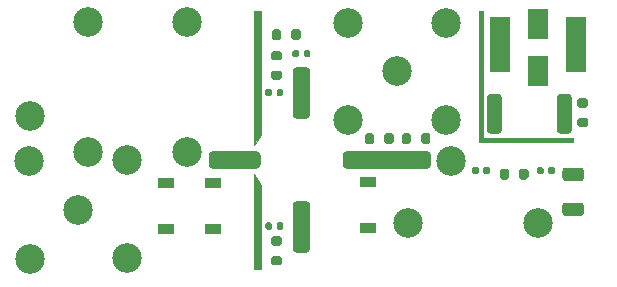
<source format=gbr>
%TF.GenerationSoftware,KiCad,Pcbnew,(5.1.9-13-g2d491f9cbd)-1*%
%TF.CreationDate,2021-02-20T16:02:13+01:00*%
%TF.ProjectId,Ant_Amp,416e745f-416d-4702-9e6b-696361645f70,rev?*%
%TF.SameCoordinates,Original*%
%TF.FileFunction,Soldermask,Top*%
%TF.FilePolarity,Negative*%
%FSLAX46Y46*%
G04 Gerber Fmt 4.6, Leading zero omitted, Abs format (unit mm)*
G04 Created by KiCad (PCBNEW (5.1.9-13-g2d491f9cbd)-1) date 2021-02-20 16:02:13*
%MOMM*%
%LPD*%
G01*
G04 APERTURE LIST*
%ADD10C,0.100000*%
%ADD11R,1.400000X0.900000*%
%ADD12C,2.500000*%
%ADD13R,1.800000X2.500000*%
G04 APERTURE END LIST*
D10*
G36*
X114964020Y-112521820D02*
G01*
X114364020Y-113321820D01*
X114364020Y-102021820D01*
X114964020Y-102021820D01*
X114964020Y-112521820D01*
G37*
X114964020Y-112521820D02*
X114364020Y-113321820D01*
X114364020Y-102021820D01*
X114964020Y-102021820D01*
X114964020Y-112521820D01*
G36*
X114964020Y-116721820D02*
G01*
X114964020Y-123821820D01*
X114364020Y-123821820D01*
X114364020Y-115821820D01*
X114964020Y-116721820D01*
G37*
X114964020Y-116721820D02*
X114964020Y-123821820D01*
X114364020Y-123821820D01*
X114364020Y-115821820D01*
X114964020Y-116721820D01*
G36*
X141364020Y-113121820D02*
G01*
X133364020Y-113121820D01*
X133364020Y-112721820D01*
X141364020Y-112721820D01*
X141364020Y-113121820D01*
G37*
X141364020Y-113121820D02*
X133364020Y-113121820D01*
X133364020Y-112721820D01*
X141364020Y-112721820D01*
X141364020Y-113121820D01*
G36*
X133764020Y-112921820D02*
G01*
X133364020Y-112921820D01*
X133364020Y-102021820D01*
X133764020Y-102021820D01*
X133764020Y-112921820D01*
G37*
X133764020Y-112921820D02*
X133364020Y-112921820D01*
X133364020Y-102021820D01*
X133764020Y-102021820D01*
X133764020Y-112921820D01*
G36*
X142364020Y-107121820D02*
G01*
X140764020Y-107121820D01*
X140764020Y-102521820D01*
X142364020Y-102521820D01*
X142364020Y-107121820D01*
G37*
X142364020Y-107121820D02*
X140764020Y-107121820D01*
X140764020Y-102521820D01*
X142364020Y-102521820D01*
X142364020Y-107121820D01*
G36*
X135964020Y-107121820D02*
G01*
X134364020Y-107121820D01*
X134364020Y-102521820D01*
X135964020Y-102521820D01*
X135964020Y-107121820D01*
G37*
X135964020Y-107121820D02*
X134364020Y-107121820D01*
X134364020Y-102521820D01*
X135964020Y-102521820D01*
X135964020Y-107121820D01*
D11*
%TO.C,CT3*%
X123964020Y-120371820D03*
X123964020Y-116471820D03*
%TD*%
%TO.C,CT2*%
X110864020Y-120471820D03*
X110864020Y-116571820D03*
%TD*%
%TO.C,CT1*%
X106864020Y-120471820D03*
X106864020Y-116571820D03*
%TD*%
%TO.C,R7*%
G36*
G01*
X140014020Y-112146821D02*
X140014020Y-109296819D01*
G75*
G02*
X140264019Y-109046820I249999J0D01*
G01*
X140989021Y-109046820D01*
G75*
G02*
X141239020Y-109296819I0J-249999D01*
G01*
X141239020Y-112146821D01*
G75*
G02*
X140989021Y-112396820I-249999J0D01*
G01*
X140264019Y-112396820D01*
G75*
G02*
X140014020Y-112146821I0J249999D01*
G01*
G37*
G36*
G01*
X134089020Y-112146821D02*
X134089020Y-109296819D01*
G75*
G02*
X134339019Y-109046820I249999J0D01*
G01*
X135064021Y-109046820D01*
G75*
G02*
X135314020Y-109296819I0J-249999D01*
G01*
X135314020Y-112146821D01*
G75*
G02*
X135064021Y-112396820I-249999J0D01*
G01*
X134339019Y-112396820D01*
G75*
G02*
X134089020Y-112146821I0J249999D01*
G01*
G37*
%TD*%
%TO.C,C6*%
G36*
G01*
X118564020Y-105791820D02*
X118564020Y-105451820D01*
G75*
G02*
X118704020Y-105311820I140000J0D01*
G01*
X118984020Y-105311820D01*
G75*
G02*
X119124020Y-105451820I0J-140000D01*
G01*
X119124020Y-105791820D01*
G75*
G02*
X118984020Y-105931820I-140000J0D01*
G01*
X118704020Y-105931820D01*
G75*
G02*
X118564020Y-105791820I0J140000D01*
G01*
G37*
G36*
G01*
X117604020Y-105791820D02*
X117604020Y-105451820D01*
G75*
G02*
X117744020Y-105311820I140000J0D01*
G01*
X118024020Y-105311820D01*
G75*
G02*
X118164020Y-105451820I0J-140000D01*
G01*
X118164020Y-105791820D01*
G75*
G02*
X118024020Y-105931820I-140000J0D01*
G01*
X117744020Y-105931820D01*
G75*
G02*
X117604020Y-105791820I0J140000D01*
G01*
G37*
%TD*%
%TO.C,C4*%
G36*
G01*
X139264020Y-115691820D02*
X139264020Y-115351820D01*
G75*
G02*
X139404020Y-115211820I140000J0D01*
G01*
X139684020Y-115211820D01*
G75*
G02*
X139824020Y-115351820I0J-140000D01*
G01*
X139824020Y-115691820D01*
G75*
G02*
X139684020Y-115831820I-140000J0D01*
G01*
X139404020Y-115831820D01*
G75*
G02*
X139264020Y-115691820I0J140000D01*
G01*
G37*
G36*
G01*
X138304020Y-115691820D02*
X138304020Y-115351820D01*
G75*
G02*
X138444020Y-115211820I140000J0D01*
G01*
X138724020Y-115211820D01*
G75*
G02*
X138864020Y-115351820I0J-140000D01*
G01*
X138864020Y-115691820D01*
G75*
G02*
X138724020Y-115831820I-140000J0D01*
G01*
X138444020Y-115831820D01*
G75*
G02*
X138304020Y-115691820I0J140000D01*
G01*
G37*
%TD*%
%TO.C,C3*%
G36*
G01*
X133364020Y-115351820D02*
X133364020Y-115691820D01*
G75*
G02*
X133224020Y-115831820I-140000J0D01*
G01*
X132944020Y-115831820D01*
G75*
G02*
X132804020Y-115691820I0J140000D01*
G01*
X132804020Y-115351820D01*
G75*
G02*
X132944020Y-115211820I140000J0D01*
G01*
X133224020Y-115211820D01*
G75*
G02*
X133364020Y-115351820I0J-140000D01*
G01*
G37*
G36*
G01*
X134324020Y-115351820D02*
X134324020Y-115691820D01*
G75*
G02*
X134184020Y-115831820I-140000J0D01*
G01*
X133904020Y-115831820D01*
G75*
G02*
X133764020Y-115691820I0J140000D01*
G01*
X133764020Y-115351820D01*
G75*
G02*
X133904020Y-115211820I140000J0D01*
G01*
X134184020Y-115211820D01*
G75*
G02*
X134324020Y-115351820I0J-140000D01*
G01*
G37*
%TD*%
%TO.C,C2*%
G36*
G01*
X115864020Y-120051820D02*
X115864020Y-120391820D01*
G75*
G02*
X115724020Y-120531820I-140000J0D01*
G01*
X115444020Y-120531820D01*
G75*
G02*
X115304020Y-120391820I0J140000D01*
G01*
X115304020Y-120051820D01*
G75*
G02*
X115444020Y-119911820I140000J0D01*
G01*
X115724020Y-119911820D01*
G75*
G02*
X115864020Y-120051820I0J-140000D01*
G01*
G37*
G36*
G01*
X116824020Y-120051820D02*
X116824020Y-120391820D01*
G75*
G02*
X116684020Y-120531820I-140000J0D01*
G01*
X116404020Y-120531820D01*
G75*
G02*
X116264020Y-120391820I0J140000D01*
G01*
X116264020Y-120051820D01*
G75*
G02*
X116404020Y-119911820I140000J0D01*
G01*
X116684020Y-119911820D01*
G75*
G02*
X116824020Y-120051820I0J-140000D01*
G01*
G37*
%TD*%
%TO.C,C1*%
G36*
G01*
X115864020Y-108751820D02*
X115864020Y-109091820D01*
G75*
G02*
X115724020Y-109231820I-140000J0D01*
G01*
X115444020Y-109231820D01*
G75*
G02*
X115304020Y-109091820I0J140000D01*
G01*
X115304020Y-108751820D01*
G75*
G02*
X115444020Y-108611820I140000J0D01*
G01*
X115724020Y-108611820D01*
G75*
G02*
X115864020Y-108751820I0J-140000D01*
G01*
G37*
G36*
G01*
X116824020Y-108751820D02*
X116824020Y-109091820D01*
G75*
G02*
X116684020Y-109231820I-140000J0D01*
G01*
X116404020Y-109231820D01*
G75*
G02*
X116264020Y-109091820I0J140000D01*
G01*
X116264020Y-108751820D01*
G75*
G02*
X116404020Y-108611820I140000J0D01*
G01*
X116684020Y-108611820D01*
G75*
G02*
X116824020Y-108751820I0J-140000D01*
G01*
G37*
%TD*%
D12*
%TO.C,L1*%
X95414020Y-110921820D03*
X100264020Y-113921820D03*
X100264020Y-102921820D03*
%TD*%
%TO.C,FB1*%
G36*
G01*
X141889020Y-111046820D02*
X142439020Y-111046820D01*
G75*
G02*
X142639020Y-111246820I0J-200000D01*
G01*
X142639020Y-111646820D01*
G75*
G02*
X142439020Y-111846820I-200000J0D01*
G01*
X141889020Y-111846820D01*
G75*
G02*
X141689020Y-111646820I0J200000D01*
G01*
X141689020Y-111246820D01*
G75*
G02*
X141889020Y-111046820I200000J0D01*
G01*
G37*
G36*
G01*
X141889020Y-109396820D02*
X142439020Y-109396820D01*
G75*
G02*
X142639020Y-109596820I0J-200000D01*
G01*
X142639020Y-109996820D01*
G75*
G02*
X142439020Y-110196820I-200000J0D01*
G01*
X141889020Y-110196820D01*
G75*
G02*
X141689020Y-109996820I0J200000D01*
G01*
X141689020Y-109596820D01*
G75*
G02*
X141889020Y-109396820I200000J0D01*
G01*
G37*
%TD*%
%TO.C,J1*%
X130629620Y-111274720D03*
X130616920Y-102994320D03*
X122285720Y-103007020D03*
X122323820Y-111274720D03*
X126464020Y-107121820D03*
%TD*%
D13*
%TO.C,D1*%
X138364020Y-103121820D03*
X138364020Y-107121820D03*
%TD*%
%TO.C,C5*%
G36*
G01*
X140714019Y-118221820D02*
X142014021Y-118221820D01*
G75*
G02*
X142264020Y-118471819I0J-249999D01*
G01*
X142264020Y-119121821D01*
G75*
G02*
X142014021Y-119371820I-249999J0D01*
G01*
X140714019Y-119371820D01*
G75*
G02*
X140464020Y-119121821I0J249999D01*
G01*
X140464020Y-118471819D01*
G75*
G02*
X140714019Y-118221820I249999J0D01*
G01*
G37*
G36*
G01*
X140714019Y-115271820D02*
X142014021Y-115271820D01*
G75*
G02*
X142264020Y-115521819I0J-249999D01*
G01*
X142264020Y-116171821D01*
G75*
G02*
X142014021Y-116421820I-249999J0D01*
G01*
X140714019Y-116421820D01*
G75*
G02*
X140464020Y-116171821I0J249999D01*
G01*
X140464020Y-115521819D01*
G75*
G02*
X140714019Y-115271820I249999J0D01*
G01*
G37*
%TD*%
D12*
%TO.C,AE1*%
X103616920Y-114656220D03*
X95336520Y-114668920D03*
X95349220Y-123000120D03*
X103616920Y-122962020D03*
X99464020Y-118821820D03*
%TD*%
%TO.C,R6*%
G36*
G01*
X124539020Y-112546820D02*
X124539020Y-113096820D01*
G75*
G02*
X124339020Y-113296820I-200000J0D01*
G01*
X123939020Y-113296820D01*
G75*
G02*
X123739020Y-113096820I0J200000D01*
G01*
X123739020Y-112546820D01*
G75*
G02*
X123939020Y-112346820I200000J0D01*
G01*
X124339020Y-112346820D01*
G75*
G02*
X124539020Y-112546820I0J-200000D01*
G01*
G37*
G36*
G01*
X126189020Y-112546820D02*
X126189020Y-113096820D01*
G75*
G02*
X125989020Y-113296820I-200000J0D01*
G01*
X125589020Y-113296820D01*
G75*
G02*
X125389020Y-113096820I0J200000D01*
G01*
X125389020Y-112546820D01*
G75*
G02*
X125589020Y-112346820I200000J0D01*
G01*
X125989020Y-112346820D01*
G75*
G02*
X126189020Y-112546820I0J-200000D01*
G01*
G37*
%TD*%
%TO.C,R5*%
G36*
G01*
X128489020Y-113096820D02*
X128489020Y-112546820D01*
G75*
G02*
X128689020Y-112346820I200000J0D01*
G01*
X129089020Y-112346820D01*
G75*
G02*
X129289020Y-112546820I0J-200000D01*
G01*
X129289020Y-113096820D01*
G75*
G02*
X129089020Y-113296820I-200000J0D01*
G01*
X128689020Y-113296820D01*
G75*
G02*
X128489020Y-113096820I0J200000D01*
G01*
G37*
G36*
G01*
X126839020Y-113096820D02*
X126839020Y-112546820D01*
G75*
G02*
X127039020Y-112346820I200000J0D01*
G01*
X127439020Y-112346820D01*
G75*
G02*
X127639020Y-112546820I0J-200000D01*
G01*
X127639020Y-113096820D01*
G75*
G02*
X127439020Y-113296820I-200000J0D01*
G01*
X127039020Y-113296820D01*
G75*
G02*
X126839020Y-113096820I0J200000D01*
G01*
G37*
%TD*%
%TO.C,R4*%
G36*
G01*
X136789020Y-116096820D02*
X136789020Y-115546820D01*
G75*
G02*
X136989020Y-115346820I200000J0D01*
G01*
X137389020Y-115346820D01*
G75*
G02*
X137589020Y-115546820I0J-200000D01*
G01*
X137589020Y-116096820D01*
G75*
G02*
X137389020Y-116296820I-200000J0D01*
G01*
X136989020Y-116296820D01*
G75*
G02*
X136789020Y-116096820I0J200000D01*
G01*
G37*
G36*
G01*
X135139020Y-116096820D02*
X135139020Y-115546820D01*
G75*
G02*
X135339020Y-115346820I200000J0D01*
G01*
X135739020Y-115346820D01*
G75*
G02*
X135939020Y-115546820I0J-200000D01*
G01*
X135939020Y-116096820D01*
G75*
G02*
X135739020Y-116296820I-200000J0D01*
G01*
X135339020Y-116296820D01*
G75*
G02*
X135139020Y-116096820I0J200000D01*
G01*
G37*
%TD*%
%TO.C,R3*%
G36*
G01*
X115989020Y-122746820D02*
X116539020Y-122746820D01*
G75*
G02*
X116739020Y-122946820I0J-200000D01*
G01*
X116739020Y-123346820D01*
G75*
G02*
X116539020Y-123546820I-200000J0D01*
G01*
X115989020Y-123546820D01*
G75*
G02*
X115789020Y-123346820I0J200000D01*
G01*
X115789020Y-122946820D01*
G75*
G02*
X115989020Y-122746820I200000J0D01*
G01*
G37*
G36*
G01*
X115989020Y-121096820D02*
X116539020Y-121096820D01*
G75*
G02*
X116739020Y-121296820I0J-200000D01*
G01*
X116739020Y-121696820D01*
G75*
G02*
X116539020Y-121896820I-200000J0D01*
G01*
X115989020Y-121896820D01*
G75*
G02*
X115789020Y-121696820I0J200000D01*
G01*
X115789020Y-121296820D01*
G75*
G02*
X115989020Y-121096820I200000J0D01*
G01*
G37*
%TD*%
%TO.C,R2*%
G36*
G01*
X115989020Y-107046820D02*
X116539020Y-107046820D01*
G75*
G02*
X116739020Y-107246820I0J-200000D01*
G01*
X116739020Y-107646820D01*
G75*
G02*
X116539020Y-107846820I-200000J0D01*
G01*
X115989020Y-107846820D01*
G75*
G02*
X115789020Y-107646820I0J200000D01*
G01*
X115789020Y-107246820D01*
G75*
G02*
X115989020Y-107046820I200000J0D01*
G01*
G37*
G36*
G01*
X115989020Y-105396820D02*
X116539020Y-105396820D01*
G75*
G02*
X116739020Y-105596820I0J-200000D01*
G01*
X116739020Y-105996820D01*
G75*
G02*
X116539020Y-106196820I-200000J0D01*
G01*
X115989020Y-106196820D01*
G75*
G02*
X115789020Y-105996820I0J200000D01*
G01*
X115789020Y-105596820D01*
G75*
G02*
X115989020Y-105396820I200000J0D01*
G01*
G37*
%TD*%
%TO.C,R1*%
G36*
G01*
X117489020Y-104296820D02*
X117489020Y-103746820D01*
G75*
G02*
X117689020Y-103546820I200000J0D01*
G01*
X118089020Y-103546820D01*
G75*
G02*
X118289020Y-103746820I0J-200000D01*
G01*
X118289020Y-104296820D01*
G75*
G02*
X118089020Y-104496820I-200000J0D01*
G01*
X117689020Y-104496820D01*
G75*
G02*
X117489020Y-104296820I0J200000D01*
G01*
G37*
G36*
G01*
X115839020Y-104296820D02*
X115839020Y-103746820D01*
G75*
G02*
X116039020Y-103546820I200000J0D01*
G01*
X116439020Y-103546820D01*
G75*
G02*
X116639020Y-103746820I0J-200000D01*
G01*
X116639020Y-104296820D01*
G75*
G02*
X116439020Y-104496820I-200000J0D01*
G01*
X116039020Y-104496820D01*
G75*
G02*
X115839020Y-104296820I0J200000D01*
G01*
G37*
%TD*%
%TO.C,Q1*%
G36*
G01*
X129340320Y-114246820D02*
X129340320Y-114996820D01*
G75*
G02*
X128965320Y-115371820I-375000J0D01*
G01*
X122215320Y-115371820D01*
G75*
G02*
X121840320Y-114996820I0J375000D01*
G01*
X121840320Y-114246820D01*
G75*
G02*
X122215320Y-113871820I375000J0D01*
G01*
X128965320Y-113871820D01*
G75*
G02*
X129340320Y-114246820I0J-375000D01*
G01*
G37*
G36*
G01*
X118739020Y-122486020D02*
X117989020Y-122486020D01*
G75*
G02*
X117614020Y-122111020I0J375000D01*
G01*
X117614020Y-118461020D01*
G75*
G02*
X117989020Y-118086020I375000J0D01*
G01*
X118739020Y-118086020D01*
G75*
G02*
X119114020Y-118461020I0J-375000D01*
G01*
X119114020Y-122111020D01*
G75*
G02*
X118739020Y-122486020I-375000J0D01*
G01*
G37*
G36*
G01*
X114899820Y-114246820D02*
X114899820Y-114996820D01*
G75*
G02*
X114524820Y-115371820I-375000J0D01*
G01*
X110874820Y-115371820D01*
G75*
G02*
X110499820Y-114996820I0J375000D01*
G01*
X110499820Y-114246820D01*
G75*
G02*
X110874820Y-113871820I375000J0D01*
G01*
X114524820Y-113871820D01*
G75*
G02*
X114899820Y-114246820I0J-375000D01*
G01*
G37*
G36*
G01*
X118739020Y-111144920D02*
X117989020Y-111144920D01*
G75*
G02*
X117614020Y-110769920I0J375000D01*
G01*
X117614020Y-107119920D01*
G75*
G02*
X117989020Y-106744920I375000J0D01*
G01*
X118739020Y-106744920D01*
G75*
G02*
X119114020Y-107119920I0J-375000D01*
G01*
X119114020Y-110769920D01*
G75*
G02*
X118739020Y-111144920I-375000J0D01*
G01*
G37*
%TD*%
%TO.C,L2*%
X108664020Y-102921820D03*
X108664020Y-113921820D03*
%TD*%
%TO.C,L3*%
X127364020Y-119921820D03*
X138364020Y-119921820D03*
X131014020Y-114721820D03*
%TD*%
M02*

</source>
